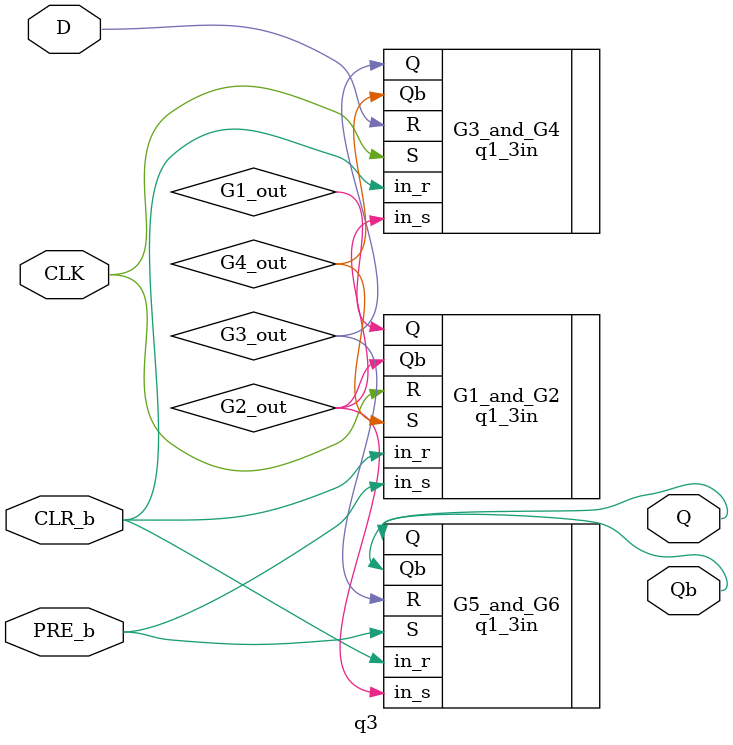
<source format=sv>
module q3 (input D, CLK, PRE_b, CLR_b, output Q, Qb);
    wire G1_out, G2_out, G3_out, G4_out;
    q1_3in G1_and_G2(.S(G4_out), .R(CLK), .in_s(PRE_b), .in_r(CLR_b),
                        .Q(G1_out), .Qb(G2_out));

    q1_3in G3_and_G4(.S(CLK), .R(D), .in_s(G2_out), .in_r(CLR_b),
                        .Q(G3_out), .Qb(G4_out));

    q1_3in G5_and_G6(.S(PRE_b), .R(G3_out), .in_s(G2_out), .in_r(CLR_b),
                        .Q(Q), .Qb(Qb));
endmodule
</source>
